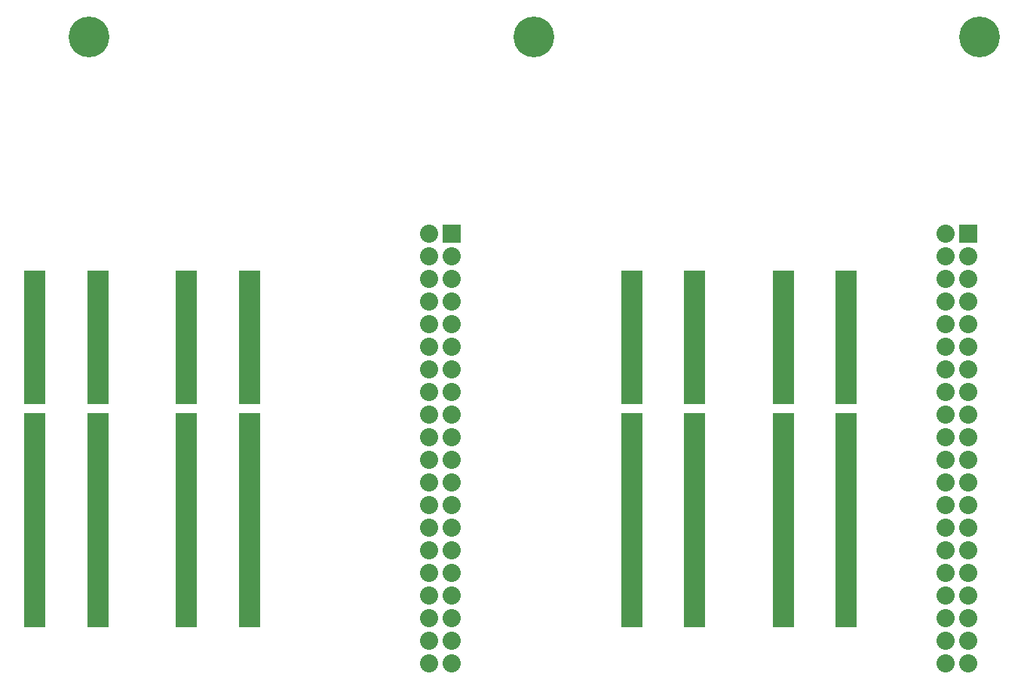
<source format=gbs>
G04 (created by PCBNEW-RS274X (2012-01-19 BZR 3256)-stable) date 5/23/2012 10:37:18 AM*
G01*
G70*
G90*
%MOIN*%
G04 Gerber Fmt 3.4, Leading zero omitted, Abs format*
%FSLAX34Y34*%
G04 APERTURE LIST*
%ADD10C,0.006000*%
%ADD11R,0.080000X0.080000*%
%ADD12C,0.080000*%
%ADD13R,0.094000X0.044000*%
%ADD14C,0.180000*%
G04 APERTURE END LIST*
G54D10*
G54D11*
X98366Y-16992D03*
G54D12*
X97366Y-16992D03*
X98366Y-21992D03*
X97366Y-17992D03*
X98366Y-22992D03*
X97366Y-18992D03*
X98366Y-23992D03*
X97366Y-19992D03*
X98366Y-24992D03*
X97366Y-20992D03*
X98366Y-25992D03*
X97366Y-21992D03*
X98366Y-26992D03*
X97366Y-22992D03*
X98366Y-27992D03*
X97366Y-23992D03*
X98366Y-28992D03*
X97366Y-24992D03*
X98366Y-29992D03*
X97366Y-25992D03*
X98366Y-30992D03*
X97366Y-26992D03*
X98366Y-31992D03*
X97366Y-27992D03*
X97366Y-28992D03*
X98366Y-32992D03*
X97366Y-29992D03*
X97366Y-31992D03*
X97366Y-32992D03*
X97366Y-33992D03*
X97366Y-34992D03*
X98366Y-33992D03*
X98366Y-34992D03*
X98366Y-17992D03*
X98366Y-18992D03*
X98366Y-19992D03*
X98366Y-20992D03*
X98366Y-35992D03*
X97366Y-35992D03*
X97366Y-30992D03*
G54D11*
X75532Y-16992D03*
G54D12*
X74532Y-16992D03*
X75532Y-21992D03*
X74532Y-17992D03*
X75532Y-22992D03*
X74532Y-18992D03*
X75532Y-23992D03*
X74532Y-19992D03*
X75532Y-24992D03*
X74532Y-20992D03*
X75532Y-25992D03*
X74532Y-21992D03*
X75532Y-26992D03*
X74532Y-22992D03*
X75532Y-27992D03*
X74532Y-23992D03*
X75532Y-28992D03*
X74532Y-24992D03*
X75532Y-29992D03*
X74532Y-25992D03*
X75532Y-30992D03*
X74532Y-26992D03*
X75532Y-31992D03*
X74532Y-27992D03*
X74532Y-28992D03*
X75532Y-32992D03*
X74532Y-29992D03*
X74532Y-31992D03*
X74532Y-32992D03*
X74532Y-33992D03*
X74532Y-34992D03*
X75532Y-33992D03*
X75532Y-34992D03*
X75532Y-17992D03*
X75532Y-18992D03*
X75532Y-19992D03*
X75532Y-20992D03*
X75532Y-35992D03*
X74532Y-35992D03*
X74532Y-30992D03*
G54D13*
X57110Y-34169D03*
X57110Y-33776D03*
X57110Y-33382D03*
X57110Y-32988D03*
X57110Y-32595D03*
X57110Y-32201D03*
X57110Y-31807D03*
X57110Y-31413D03*
X57110Y-31020D03*
X57110Y-30626D03*
X57110Y-30232D03*
X57110Y-29839D03*
X57110Y-29445D03*
X57110Y-29051D03*
X57110Y-28658D03*
X57110Y-28264D03*
X57110Y-27870D03*
X57110Y-27476D03*
X57110Y-27083D03*
X57110Y-26689D03*
X57110Y-26295D03*
X57110Y-25902D03*
X57110Y-25508D03*
X57110Y-25114D03*
X57110Y-24327D03*
X57110Y-23933D03*
X57110Y-23539D03*
X57110Y-23146D03*
X57110Y-22752D03*
X57110Y-22358D03*
X57110Y-21965D03*
X57110Y-21571D03*
X57110Y-21177D03*
X57110Y-20783D03*
X57110Y-20390D03*
X57110Y-19996D03*
X57110Y-19602D03*
X57110Y-19209D03*
X57110Y-18815D03*
X59886Y-18815D03*
X59886Y-19209D03*
X59886Y-19602D03*
X59886Y-19996D03*
X59886Y-20390D03*
X59886Y-20783D03*
X59886Y-21177D03*
X59886Y-21571D03*
X59886Y-21965D03*
X59886Y-22358D03*
X59886Y-22752D03*
X59886Y-23146D03*
X59886Y-23539D03*
X59886Y-23933D03*
X59886Y-24327D03*
X59886Y-25114D03*
X59886Y-25508D03*
X59886Y-25902D03*
X59886Y-26295D03*
X59886Y-26689D03*
X59886Y-27083D03*
X59886Y-27476D03*
X59886Y-27870D03*
X59886Y-28264D03*
X59886Y-28658D03*
X59886Y-29051D03*
X59886Y-29445D03*
X59886Y-29839D03*
X59886Y-30232D03*
X59886Y-30626D03*
X59886Y-31020D03*
X59886Y-31413D03*
X59886Y-31807D03*
X59886Y-32201D03*
X59886Y-32595D03*
X59886Y-32988D03*
X59886Y-33382D03*
X59886Y-33776D03*
X59886Y-34169D03*
X83488Y-34169D03*
X83488Y-33776D03*
X83488Y-33382D03*
X83488Y-32988D03*
X83488Y-32595D03*
X83488Y-32201D03*
X83488Y-31807D03*
X83488Y-31413D03*
X83488Y-31020D03*
X83488Y-30626D03*
X83488Y-30232D03*
X83488Y-29839D03*
X83488Y-29445D03*
X83488Y-29051D03*
X83488Y-28658D03*
X83488Y-28264D03*
X83488Y-27870D03*
X83488Y-27476D03*
X83488Y-27083D03*
X83488Y-26689D03*
X83488Y-26295D03*
X83488Y-25902D03*
X83488Y-25508D03*
X83488Y-25114D03*
X83488Y-24327D03*
X83488Y-23933D03*
X83488Y-23539D03*
X83488Y-23146D03*
X83488Y-22752D03*
X83488Y-22358D03*
X83488Y-21965D03*
X83488Y-21571D03*
X83488Y-21177D03*
X83488Y-20783D03*
X83488Y-20390D03*
X83488Y-19996D03*
X83488Y-19602D03*
X83488Y-19209D03*
X83488Y-18815D03*
X86264Y-18815D03*
X86264Y-19209D03*
X86264Y-19602D03*
X86264Y-19996D03*
X86264Y-20390D03*
X86264Y-20783D03*
X86264Y-21177D03*
X86264Y-21571D03*
X86264Y-21965D03*
X86264Y-22358D03*
X86264Y-22752D03*
X86264Y-23146D03*
X86264Y-23539D03*
X86264Y-23933D03*
X86264Y-24327D03*
X86264Y-25114D03*
X86264Y-25508D03*
X86264Y-25902D03*
X86264Y-26295D03*
X86264Y-26689D03*
X86264Y-27083D03*
X86264Y-27476D03*
X86264Y-27870D03*
X86264Y-28264D03*
X86264Y-28658D03*
X86264Y-29051D03*
X86264Y-29445D03*
X86264Y-29839D03*
X86264Y-30232D03*
X86264Y-30626D03*
X86264Y-31020D03*
X86264Y-31413D03*
X86264Y-31807D03*
X86264Y-32201D03*
X86264Y-32595D03*
X86264Y-32988D03*
X86264Y-33382D03*
X86264Y-33776D03*
X86264Y-34169D03*
X63803Y-34169D03*
X63803Y-33776D03*
X63803Y-33382D03*
X63803Y-32988D03*
X63803Y-32595D03*
X63803Y-32201D03*
X63803Y-31807D03*
X63803Y-31413D03*
X63803Y-31020D03*
X63803Y-30626D03*
X63803Y-30232D03*
X63803Y-29839D03*
X63803Y-29445D03*
X63803Y-29051D03*
X63803Y-28658D03*
X63803Y-28264D03*
X63803Y-27870D03*
X63803Y-27476D03*
X63803Y-27083D03*
X63803Y-26689D03*
X63803Y-26295D03*
X63803Y-25902D03*
X63803Y-25508D03*
X63803Y-25114D03*
X63803Y-24327D03*
X63803Y-23933D03*
X63803Y-23539D03*
X63803Y-23146D03*
X63803Y-22752D03*
X63803Y-22358D03*
X63803Y-21965D03*
X63803Y-21571D03*
X63803Y-21177D03*
X63803Y-20783D03*
X63803Y-20390D03*
X63803Y-19996D03*
X63803Y-19602D03*
X63803Y-19209D03*
X63803Y-18815D03*
X66579Y-18815D03*
X66579Y-19209D03*
X66579Y-19602D03*
X66579Y-19996D03*
X66579Y-20390D03*
X66579Y-20783D03*
X66579Y-21177D03*
X66579Y-21571D03*
X66579Y-21965D03*
X66579Y-22358D03*
X66579Y-22752D03*
X66579Y-23146D03*
X66579Y-23539D03*
X66579Y-23933D03*
X66579Y-24327D03*
X66579Y-25114D03*
X66579Y-25508D03*
X66579Y-25902D03*
X66579Y-26295D03*
X66579Y-26689D03*
X66579Y-27083D03*
X66579Y-27476D03*
X66579Y-27870D03*
X66579Y-28264D03*
X66579Y-28658D03*
X66579Y-29051D03*
X66579Y-29445D03*
X66579Y-29839D03*
X66579Y-30232D03*
X66579Y-30626D03*
X66579Y-31020D03*
X66579Y-31413D03*
X66579Y-31807D03*
X66579Y-32201D03*
X66579Y-32595D03*
X66579Y-32988D03*
X66579Y-33382D03*
X66579Y-33776D03*
X66579Y-34169D03*
X90181Y-34169D03*
X90181Y-33776D03*
X90181Y-33382D03*
X90181Y-32988D03*
X90181Y-32595D03*
X90181Y-32201D03*
X90181Y-31807D03*
X90181Y-31413D03*
X90181Y-31020D03*
X90181Y-30626D03*
X90181Y-30232D03*
X90181Y-29839D03*
X90181Y-29445D03*
X90181Y-29051D03*
X90181Y-28658D03*
X90181Y-28264D03*
X90181Y-27870D03*
X90181Y-27476D03*
X90181Y-27083D03*
X90181Y-26689D03*
X90181Y-26295D03*
X90181Y-25902D03*
X90181Y-25508D03*
X90181Y-25114D03*
X90181Y-24327D03*
X90181Y-23933D03*
X90181Y-23539D03*
X90181Y-23146D03*
X90181Y-22752D03*
X90181Y-22358D03*
X90181Y-21965D03*
X90181Y-21571D03*
X90181Y-21177D03*
X90181Y-20783D03*
X90181Y-20390D03*
X90181Y-19996D03*
X90181Y-19602D03*
X90181Y-19209D03*
X90181Y-18815D03*
X92957Y-18815D03*
X92957Y-19209D03*
X92957Y-19602D03*
X92957Y-19996D03*
X92957Y-20390D03*
X92957Y-20783D03*
X92957Y-21177D03*
X92957Y-21571D03*
X92957Y-21965D03*
X92957Y-22358D03*
X92957Y-22752D03*
X92957Y-23146D03*
X92957Y-23539D03*
X92957Y-23933D03*
X92957Y-24327D03*
X92957Y-25114D03*
X92957Y-25508D03*
X92957Y-25902D03*
X92957Y-26295D03*
X92957Y-26689D03*
X92957Y-27083D03*
X92957Y-27476D03*
X92957Y-27870D03*
X92957Y-28264D03*
X92957Y-28658D03*
X92957Y-29051D03*
X92957Y-29445D03*
X92957Y-29839D03*
X92957Y-30232D03*
X92957Y-30626D03*
X92957Y-31020D03*
X92957Y-31413D03*
X92957Y-31807D03*
X92957Y-32201D03*
X92957Y-32595D03*
X92957Y-32988D03*
X92957Y-33382D03*
X92957Y-33776D03*
X92957Y-34169D03*
G54D14*
X98850Y-08283D03*
X79165Y-08283D03*
X59480Y-08283D03*
M02*

</source>
